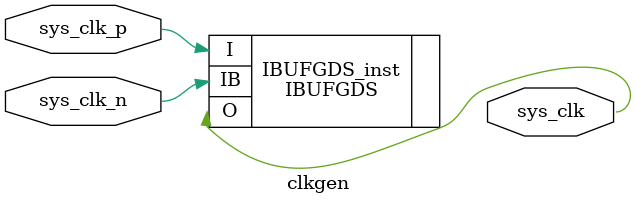
<source format=v>


module clkgen 
(
    input sys_clk_n,
    input sys_clk_p,
    output sys_clk
);

IBUFGDS #(
   .DIFF_TERM("FALSE"),
   .IOSTANDARD("DEFAULT"),
   .IBUF_DELAY_VALUE("0")
                           //   the buffer: "0"-"12" (Spartan-3E)
) IBUFGDS_inst (
   .O(sys_clk),    // Clock buffer output
   .I(sys_clk_p),  // Diff_p clock buffer input
   .IB(sys_clk_n)  // Diff_n clock buffer input
);
// End of IBUFGDS_i`nst instantiation

endmodule


</source>
